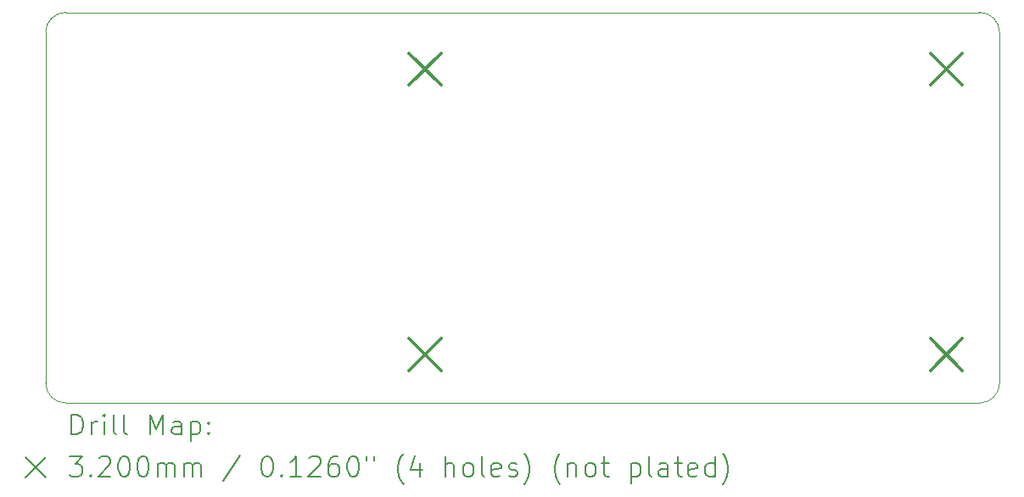
<source format=gbr>
%TF.GenerationSoftware,KiCad,Pcbnew,8.99.0-3334-g98ae574c78*%
%TF.CreationDate,2024-12-20T16:25:26-06:00*%
%TF.ProjectId,CyberStation,43796265-7253-4746-9174-696f6e2e6b69,rev?*%
%TF.SameCoordinates,Original*%
%TF.FileFunction,Drillmap*%
%TF.FilePolarity,Positive*%
%FSLAX45Y45*%
G04 Gerber Fmt 4.5, Leading zero omitted, Abs format (unit mm)*
G04 Created by KiCad (PCBNEW 8.99.0-3334-g98ae574c78) date 2024-12-20 16:25:26*
%MOMM*%
%LPD*%
G01*
G04 APERTURE LIST*
%ADD10C,0.050000*%
%ADD11C,0.200000*%
%ADD12C,0.320000*%
G04 APERTURE END LIST*
D10*
X10980000Y-6660000D02*
X20100000Y-6660000D01*
X10780000Y-10360000D02*
X10780000Y-6860000D01*
X20100000Y-10560000D02*
X10980000Y-10560000D01*
X20100000Y-6660000D02*
G75*
G02*
X20300000Y-6860000I0J-200000D01*
G01*
X10980000Y-10560000D02*
G75*
G02*
X10780000Y-10360000I0J200000D01*
G01*
X20300000Y-10360000D02*
G75*
G02*
X20100000Y-10560000I-200000J0D01*
G01*
X10780000Y-6860000D02*
G75*
G02*
X10980000Y-6660000I200000J0D01*
G01*
X20300000Y-6860000D02*
X20300000Y-10360000D01*
D11*
D12*
X14408500Y-7067500D02*
X14728500Y-7387500D01*
X14728500Y-7067500D02*
X14408500Y-7387500D01*
X14408500Y-9917500D02*
X14728500Y-10237500D01*
X14728500Y-9917500D02*
X14408500Y-10237500D01*
X19608500Y-7067500D02*
X19928500Y-7387500D01*
X19928500Y-7067500D02*
X19608500Y-7387500D01*
X19608500Y-9917500D02*
X19928500Y-10237500D01*
X19928500Y-9917500D02*
X19608500Y-10237500D01*
D11*
X11038277Y-10873984D02*
X11038277Y-10673984D01*
X11038277Y-10673984D02*
X11085896Y-10673984D01*
X11085896Y-10673984D02*
X11114467Y-10683508D01*
X11114467Y-10683508D02*
X11133515Y-10702555D01*
X11133515Y-10702555D02*
X11143039Y-10721603D01*
X11143039Y-10721603D02*
X11152563Y-10759698D01*
X11152563Y-10759698D02*
X11152563Y-10788270D01*
X11152563Y-10788270D02*
X11143039Y-10826365D01*
X11143039Y-10826365D02*
X11133515Y-10845412D01*
X11133515Y-10845412D02*
X11114467Y-10864460D01*
X11114467Y-10864460D02*
X11085896Y-10873984D01*
X11085896Y-10873984D02*
X11038277Y-10873984D01*
X11238277Y-10873984D02*
X11238277Y-10740650D01*
X11238277Y-10778746D02*
X11247801Y-10759698D01*
X11247801Y-10759698D02*
X11257324Y-10750174D01*
X11257324Y-10750174D02*
X11276372Y-10740650D01*
X11276372Y-10740650D02*
X11295420Y-10740650D01*
X11362086Y-10873984D02*
X11362086Y-10740650D01*
X11362086Y-10673984D02*
X11352562Y-10683508D01*
X11352562Y-10683508D02*
X11362086Y-10693031D01*
X11362086Y-10693031D02*
X11371610Y-10683508D01*
X11371610Y-10683508D02*
X11362086Y-10673984D01*
X11362086Y-10673984D02*
X11362086Y-10693031D01*
X11485896Y-10873984D02*
X11466848Y-10864460D01*
X11466848Y-10864460D02*
X11457324Y-10845412D01*
X11457324Y-10845412D02*
X11457324Y-10673984D01*
X11590658Y-10873984D02*
X11571610Y-10864460D01*
X11571610Y-10864460D02*
X11562086Y-10845412D01*
X11562086Y-10845412D02*
X11562086Y-10673984D01*
X11819229Y-10873984D02*
X11819229Y-10673984D01*
X11819229Y-10673984D02*
X11885896Y-10816841D01*
X11885896Y-10816841D02*
X11952562Y-10673984D01*
X11952562Y-10673984D02*
X11952562Y-10873984D01*
X12133515Y-10873984D02*
X12133515Y-10769222D01*
X12133515Y-10769222D02*
X12123991Y-10750174D01*
X12123991Y-10750174D02*
X12104943Y-10740650D01*
X12104943Y-10740650D02*
X12066848Y-10740650D01*
X12066848Y-10740650D02*
X12047801Y-10750174D01*
X12133515Y-10864460D02*
X12114467Y-10873984D01*
X12114467Y-10873984D02*
X12066848Y-10873984D01*
X12066848Y-10873984D02*
X12047801Y-10864460D01*
X12047801Y-10864460D02*
X12038277Y-10845412D01*
X12038277Y-10845412D02*
X12038277Y-10826365D01*
X12038277Y-10826365D02*
X12047801Y-10807317D01*
X12047801Y-10807317D02*
X12066848Y-10797793D01*
X12066848Y-10797793D02*
X12114467Y-10797793D01*
X12114467Y-10797793D02*
X12133515Y-10788270D01*
X12228753Y-10740650D02*
X12228753Y-10940650D01*
X12228753Y-10750174D02*
X12247801Y-10740650D01*
X12247801Y-10740650D02*
X12285896Y-10740650D01*
X12285896Y-10740650D02*
X12304943Y-10750174D01*
X12304943Y-10750174D02*
X12314467Y-10759698D01*
X12314467Y-10759698D02*
X12323991Y-10778746D01*
X12323991Y-10778746D02*
X12323991Y-10835889D01*
X12323991Y-10835889D02*
X12314467Y-10854936D01*
X12314467Y-10854936D02*
X12304943Y-10864460D01*
X12304943Y-10864460D02*
X12285896Y-10873984D01*
X12285896Y-10873984D02*
X12247801Y-10873984D01*
X12247801Y-10873984D02*
X12228753Y-10864460D01*
X12409705Y-10854936D02*
X12419229Y-10864460D01*
X12419229Y-10864460D02*
X12409705Y-10873984D01*
X12409705Y-10873984D02*
X12400182Y-10864460D01*
X12400182Y-10864460D02*
X12409705Y-10854936D01*
X12409705Y-10854936D02*
X12409705Y-10873984D01*
X12409705Y-10750174D02*
X12419229Y-10759698D01*
X12419229Y-10759698D02*
X12409705Y-10769222D01*
X12409705Y-10769222D02*
X12400182Y-10759698D01*
X12400182Y-10759698D02*
X12409705Y-10750174D01*
X12409705Y-10750174D02*
X12409705Y-10769222D01*
X10577500Y-11102500D02*
X10777500Y-11302500D01*
X10777500Y-11102500D02*
X10577500Y-11302500D01*
X11019229Y-11093984D02*
X11143039Y-11093984D01*
X11143039Y-11093984D02*
X11076372Y-11170174D01*
X11076372Y-11170174D02*
X11104944Y-11170174D01*
X11104944Y-11170174D02*
X11123991Y-11179698D01*
X11123991Y-11179698D02*
X11133515Y-11189222D01*
X11133515Y-11189222D02*
X11143039Y-11208269D01*
X11143039Y-11208269D02*
X11143039Y-11255888D01*
X11143039Y-11255888D02*
X11133515Y-11274936D01*
X11133515Y-11274936D02*
X11123991Y-11284460D01*
X11123991Y-11284460D02*
X11104944Y-11293984D01*
X11104944Y-11293984D02*
X11047801Y-11293984D01*
X11047801Y-11293984D02*
X11028753Y-11284460D01*
X11028753Y-11284460D02*
X11019229Y-11274936D01*
X11228753Y-11274936D02*
X11238277Y-11284460D01*
X11238277Y-11284460D02*
X11228753Y-11293984D01*
X11228753Y-11293984D02*
X11219229Y-11284460D01*
X11219229Y-11284460D02*
X11228753Y-11274936D01*
X11228753Y-11274936D02*
X11228753Y-11293984D01*
X11314467Y-11113031D02*
X11323991Y-11103508D01*
X11323991Y-11103508D02*
X11343039Y-11093984D01*
X11343039Y-11093984D02*
X11390658Y-11093984D01*
X11390658Y-11093984D02*
X11409705Y-11103508D01*
X11409705Y-11103508D02*
X11419229Y-11113031D01*
X11419229Y-11113031D02*
X11428753Y-11132079D01*
X11428753Y-11132079D02*
X11428753Y-11151127D01*
X11428753Y-11151127D02*
X11419229Y-11179698D01*
X11419229Y-11179698D02*
X11304943Y-11293984D01*
X11304943Y-11293984D02*
X11428753Y-11293984D01*
X11552562Y-11093984D02*
X11571610Y-11093984D01*
X11571610Y-11093984D02*
X11590658Y-11103508D01*
X11590658Y-11103508D02*
X11600182Y-11113031D01*
X11600182Y-11113031D02*
X11609705Y-11132079D01*
X11609705Y-11132079D02*
X11619229Y-11170174D01*
X11619229Y-11170174D02*
X11619229Y-11217793D01*
X11619229Y-11217793D02*
X11609705Y-11255888D01*
X11609705Y-11255888D02*
X11600182Y-11274936D01*
X11600182Y-11274936D02*
X11590658Y-11284460D01*
X11590658Y-11284460D02*
X11571610Y-11293984D01*
X11571610Y-11293984D02*
X11552562Y-11293984D01*
X11552562Y-11293984D02*
X11533515Y-11284460D01*
X11533515Y-11284460D02*
X11523991Y-11274936D01*
X11523991Y-11274936D02*
X11514467Y-11255888D01*
X11514467Y-11255888D02*
X11504943Y-11217793D01*
X11504943Y-11217793D02*
X11504943Y-11170174D01*
X11504943Y-11170174D02*
X11514467Y-11132079D01*
X11514467Y-11132079D02*
X11523991Y-11113031D01*
X11523991Y-11113031D02*
X11533515Y-11103508D01*
X11533515Y-11103508D02*
X11552562Y-11093984D01*
X11743039Y-11093984D02*
X11762086Y-11093984D01*
X11762086Y-11093984D02*
X11781134Y-11103508D01*
X11781134Y-11103508D02*
X11790658Y-11113031D01*
X11790658Y-11113031D02*
X11800182Y-11132079D01*
X11800182Y-11132079D02*
X11809705Y-11170174D01*
X11809705Y-11170174D02*
X11809705Y-11217793D01*
X11809705Y-11217793D02*
X11800182Y-11255888D01*
X11800182Y-11255888D02*
X11790658Y-11274936D01*
X11790658Y-11274936D02*
X11781134Y-11284460D01*
X11781134Y-11284460D02*
X11762086Y-11293984D01*
X11762086Y-11293984D02*
X11743039Y-11293984D01*
X11743039Y-11293984D02*
X11723991Y-11284460D01*
X11723991Y-11284460D02*
X11714467Y-11274936D01*
X11714467Y-11274936D02*
X11704943Y-11255888D01*
X11704943Y-11255888D02*
X11695420Y-11217793D01*
X11695420Y-11217793D02*
X11695420Y-11170174D01*
X11695420Y-11170174D02*
X11704943Y-11132079D01*
X11704943Y-11132079D02*
X11714467Y-11113031D01*
X11714467Y-11113031D02*
X11723991Y-11103508D01*
X11723991Y-11103508D02*
X11743039Y-11093984D01*
X11895420Y-11293984D02*
X11895420Y-11160650D01*
X11895420Y-11179698D02*
X11904943Y-11170174D01*
X11904943Y-11170174D02*
X11923991Y-11160650D01*
X11923991Y-11160650D02*
X11952563Y-11160650D01*
X11952563Y-11160650D02*
X11971610Y-11170174D01*
X11971610Y-11170174D02*
X11981134Y-11189222D01*
X11981134Y-11189222D02*
X11981134Y-11293984D01*
X11981134Y-11189222D02*
X11990658Y-11170174D01*
X11990658Y-11170174D02*
X12009705Y-11160650D01*
X12009705Y-11160650D02*
X12038277Y-11160650D01*
X12038277Y-11160650D02*
X12057324Y-11170174D01*
X12057324Y-11170174D02*
X12066848Y-11189222D01*
X12066848Y-11189222D02*
X12066848Y-11293984D01*
X12162086Y-11293984D02*
X12162086Y-11160650D01*
X12162086Y-11179698D02*
X12171610Y-11170174D01*
X12171610Y-11170174D02*
X12190658Y-11160650D01*
X12190658Y-11160650D02*
X12219229Y-11160650D01*
X12219229Y-11160650D02*
X12238277Y-11170174D01*
X12238277Y-11170174D02*
X12247801Y-11189222D01*
X12247801Y-11189222D02*
X12247801Y-11293984D01*
X12247801Y-11189222D02*
X12257324Y-11170174D01*
X12257324Y-11170174D02*
X12276372Y-11160650D01*
X12276372Y-11160650D02*
X12304943Y-11160650D01*
X12304943Y-11160650D02*
X12323991Y-11170174D01*
X12323991Y-11170174D02*
X12333515Y-11189222D01*
X12333515Y-11189222D02*
X12333515Y-11293984D01*
X12723991Y-11084460D02*
X12552563Y-11341603D01*
X12981134Y-11093984D02*
X13000182Y-11093984D01*
X13000182Y-11093984D02*
X13019229Y-11103508D01*
X13019229Y-11103508D02*
X13028753Y-11113031D01*
X13028753Y-11113031D02*
X13038277Y-11132079D01*
X13038277Y-11132079D02*
X13047801Y-11170174D01*
X13047801Y-11170174D02*
X13047801Y-11217793D01*
X13047801Y-11217793D02*
X13038277Y-11255888D01*
X13038277Y-11255888D02*
X13028753Y-11274936D01*
X13028753Y-11274936D02*
X13019229Y-11284460D01*
X13019229Y-11284460D02*
X13000182Y-11293984D01*
X13000182Y-11293984D02*
X12981134Y-11293984D01*
X12981134Y-11293984D02*
X12962086Y-11284460D01*
X12962086Y-11284460D02*
X12952563Y-11274936D01*
X12952563Y-11274936D02*
X12943039Y-11255888D01*
X12943039Y-11255888D02*
X12933515Y-11217793D01*
X12933515Y-11217793D02*
X12933515Y-11170174D01*
X12933515Y-11170174D02*
X12943039Y-11132079D01*
X12943039Y-11132079D02*
X12952563Y-11113031D01*
X12952563Y-11113031D02*
X12962086Y-11103508D01*
X12962086Y-11103508D02*
X12981134Y-11093984D01*
X13133515Y-11274936D02*
X13143039Y-11284460D01*
X13143039Y-11284460D02*
X13133515Y-11293984D01*
X13133515Y-11293984D02*
X13123991Y-11284460D01*
X13123991Y-11284460D02*
X13133515Y-11274936D01*
X13133515Y-11274936D02*
X13133515Y-11293984D01*
X13333515Y-11293984D02*
X13219229Y-11293984D01*
X13276372Y-11293984D02*
X13276372Y-11093984D01*
X13276372Y-11093984D02*
X13257325Y-11122555D01*
X13257325Y-11122555D02*
X13238277Y-11141603D01*
X13238277Y-11141603D02*
X13219229Y-11151127D01*
X13409706Y-11113031D02*
X13419229Y-11103508D01*
X13419229Y-11103508D02*
X13438277Y-11093984D01*
X13438277Y-11093984D02*
X13485896Y-11093984D01*
X13485896Y-11093984D02*
X13504944Y-11103508D01*
X13504944Y-11103508D02*
X13514467Y-11113031D01*
X13514467Y-11113031D02*
X13523991Y-11132079D01*
X13523991Y-11132079D02*
X13523991Y-11151127D01*
X13523991Y-11151127D02*
X13514467Y-11179698D01*
X13514467Y-11179698D02*
X13400182Y-11293984D01*
X13400182Y-11293984D02*
X13523991Y-11293984D01*
X13695420Y-11093984D02*
X13657325Y-11093984D01*
X13657325Y-11093984D02*
X13638277Y-11103508D01*
X13638277Y-11103508D02*
X13628753Y-11113031D01*
X13628753Y-11113031D02*
X13609706Y-11141603D01*
X13609706Y-11141603D02*
X13600182Y-11179698D01*
X13600182Y-11179698D02*
X13600182Y-11255888D01*
X13600182Y-11255888D02*
X13609706Y-11274936D01*
X13609706Y-11274936D02*
X13619229Y-11284460D01*
X13619229Y-11284460D02*
X13638277Y-11293984D01*
X13638277Y-11293984D02*
X13676372Y-11293984D01*
X13676372Y-11293984D02*
X13695420Y-11284460D01*
X13695420Y-11284460D02*
X13704944Y-11274936D01*
X13704944Y-11274936D02*
X13714467Y-11255888D01*
X13714467Y-11255888D02*
X13714467Y-11208269D01*
X13714467Y-11208269D02*
X13704944Y-11189222D01*
X13704944Y-11189222D02*
X13695420Y-11179698D01*
X13695420Y-11179698D02*
X13676372Y-11170174D01*
X13676372Y-11170174D02*
X13638277Y-11170174D01*
X13638277Y-11170174D02*
X13619229Y-11179698D01*
X13619229Y-11179698D02*
X13609706Y-11189222D01*
X13609706Y-11189222D02*
X13600182Y-11208269D01*
X13838277Y-11093984D02*
X13857325Y-11093984D01*
X13857325Y-11093984D02*
X13876372Y-11103508D01*
X13876372Y-11103508D02*
X13885896Y-11113031D01*
X13885896Y-11113031D02*
X13895420Y-11132079D01*
X13895420Y-11132079D02*
X13904944Y-11170174D01*
X13904944Y-11170174D02*
X13904944Y-11217793D01*
X13904944Y-11217793D02*
X13895420Y-11255888D01*
X13895420Y-11255888D02*
X13885896Y-11274936D01*
X13885896Y-11274936D02*
X13876372Y-11284460D01*
X13876372Y-11284460D02*
X13857325Y-11293984D01*
X13857325Y-11293984D02*
X13838277Y-11293984D01*
X13838277Y-11293984D02*
X13819229Y-11284460D01*
X13819229Y-11284460D02*
X13809706Y-11274936D01*
X13809706Y-11274936D02*
X13800182Y-11255888D01*
X13800182Y-11255888D02*
X13790658Y-11217793D01*
X13790658Y-11217793D02*
X13790658Y-11170174D01*
X13790658Y-11170174D02*
X13800182Y-11132079D01*
X13800182Y-11132079D02*
X13809706Y-11113031D01*
X13809706Y-11113031D02*
X13819229Y-11103508D01*
X13819229Y-11103508D02*
X13838277Y-11093984D01*
X13981134Y-11093984D02*
X13981134Y-11132079D01*
X14057325Y-11093984D02*
X14057325Y-11132079D01*
X14352563Y-11370174D02*
X14343039Y-11360650D01*
X14343039Y-11360650D02*
X14323991Y-11332079D01*
X14323991Y-11332079D02*
X14314468Y-11313031D01*
X14314468Y-11313031D02*
X14304944Y-11284460D01*
X14304944Y-11284460D02*
X14295420Y-11236841D01*
X14295420Y-11236841D02*
X14295420Y-11198746D01*
X14295420Y-11198746D02*
X14304944Y-11151127D01*
X14304944Y-11151127D02*
X14314468Y-11122555D01*
X14314468Y-11122555D02*
X14323991Y-11103508D01*
X14323991Y-11103508D02*
X14343039Y-11074936D01*
X14343039Y-11074936D02*
X14352563Y-11065412D01*
X14514468Y-11160650D02*
X14514468Y-11293984D01*
X14466848Y-11084460D02*
X14419229Y-11227317D01*
X14419229Y-11227317D02*
X14543039Y-11227317D01*
X14771610Y-11293984D02*
X14771610Y-11093984D01*
X14857325Y-11293984D02*
X14857325Y-11189222D01*
X14857325Y-11189222D02*
X14847801Y-11170174D01*
X14847801Y-11170174D02*
X14828753Y-11160650D01*
X14828753Y-11160650D02*
X14800182Y-11160650D01*
X14800182Y-11160650D02*
X14781134Y-11170174D01*
X14781134Y-11170174D02*
X14771610Y-11179698D01*
X14981134Y-11293984D02*
X14962087Y-11284460D01*
X14962087Y-11284460D02*
X14952563Y-11274936D01*
X14952563Y-11274936D02*
X14943039Y-11255888D01*
X14943039Y-11255888D02*
X14943039Y-11198746D01*
X14943039Y-11198746D02*
X14952563Y-11179698D01*
X14952563Y-11179698D02*
X14962087Y-11170174D01*
X14962087Y-11170174D02*
X14981134Y-11160650D01*
X14981134Y-11160650D02*
X15009706Y-11160650D01*
X15009706Y-11160650D02*
X15028753Y-11170174D01*
X15028753Y-11170174D02*
X15038277Y-11179698D01*
X15038277Y-11179698D02*
X15047801Y-11198746D01*
X15047801Y-11198746D02*
X15047801Y-11255888D01*
X15047801Y-11255888D02*
X15038277Y-11274936D01*
X15038277Y-11274936D02*
X15028753Y-11284460D01*
X15028753Y-11284460D02*
X15009706Y-11293984D01*
X15009706Y-11293984D02*
X14981134Y-11293984D01*
X15162087Y-11293984D02*
X15143039Y-11284460D01*
X15143039Y-11284460D02*
X15133515Y-11265412D01*
X15133515Y-11265412D02*
X15133515Y-11093984D01*
X15314468Y-11284460D02*
X15295420Y-11293984D01*
X15295420Y-11293984D02*
X15257325Y-11293984D01*
X15257325Y-11293984D02*
X15238277Y-11284460D01*
X15238277Y-11284460D02*
X15228753Y-11265412D01*
X15228753Y-11265412D02*
X15228753Y-11189222D01*
X15228753Y-11189222D02*
X15238277Y-11170174D01*
X15238277Y-11170174D02*
X15257325Y-11160650D01*
X15257325Y-11160650D02*
X15295420Y-11160650D01*
X15295420Y-11160650D02*
X15314468Y-11170174D01*
X15314468Y-11170174D02*
X15323991Y-11189222D01*
X15323991Y-11189222D02*
X15323991Y-11208269D01*
X15323991Y-11208269D02*
X15228753Y-11227317D01*
X15400182Y-11284460D02*
X15419230Y-11293984D01*
X15419230Y-11293984D02*
X15457325Y-11293984D01*
X15457325Y-11293984D02*
X15476372Y-11284460D01*
X15476372Y-11284460D02*
X15485896Y-11265412D01*
X15485896Y-11265412D02*
X15485896Y-11255888D01*
X15485896Y-11255888D02*
X15476372Y-11236841D01*
X15476372Y-11236841D02*
X15457325Y-11227317D01*
X15457325Y-11227317D02*
X15428753Y-11227317D01*
X15428753Y-11227317D02*
X15409706Y-11217793D01*
X15409706Y-11217793D02*
X15400182Y-11198746D01*
X15400182Y-11198746D02*
X15400182Y-11189222D01*
X15400182Y-11189222D02*
X15409706Y-11170174D01*
X15409706Y-11170174D02*
X15428753Y-11160650D01*
X15428753Y-11160650D02*
X15457325Y-11160650D01*
X15457325Y-11160650D02*
X15476372Y-11170174D01*
X15552563Y-11370174D02*
X15562087Y-11360650D01*
X15562087Y-11360650D02*
X15581134Y-11332079D01*
X15581134Y-11332079D02*
X15590658Y-11313031D01*
X15590658Y-11313031D02*
X15600182Y-11284460D01*
X15600182Y-11284460D02*
X15609706Y-11236841D01*
X15609706Y-11236841D02*
X15609706Y-11198746D01*
X15609706Y-11198746D02*
X15600182Y-11151127D01*
X15600182Y-11151127D02*
X15590658Y-11122555D01*
X15590658Y-11122555D02*
X15581134Y-11103508D01*
X15581134Y-11103508D02*
X15562087Y-11074936D01*
X15562087Y-11074936D02*
X15552563Y-11065412D01*
X15914468Y-11370174D02*
X15904944Y-11360650D01*
X15904944Y-11360650D02*
X15885896Y-11332079D01*
X15885896Y-11332079D02*
X15876372Y-11313031D01*
X15876372Y-11313031D02*
X15866849Y-11284460D01*
X15866849Y-11284460D02*
X15857325Y-11236841D01*
X15857325Y-11236841D02*
X15857325Y-11198746D01*
X15857325Y-11198746D02*
X15866849Y-11151127D01*
X15866849Y-11151127D02*
X15876372Y-11122555D01*
X15876372Y-11122555D02*
X15885896Y-11103508D01*
X15885896Y-11103508D02*
X15904944Y-11074936D01*
X15904944Y-11074936D02*
X15914468Y-11065412D01*
X15990658Y-11160650D02*
X15990658Y-11293984D01*
X15990658Y-11179698D02*
X16000182Y-11170174D01*
X16000182Y-11170174D02*
X16019230Y-11160650D01*
X16019230Y-11160650D02*
X16047801Y-11160650D01*
X16047801Y-11160650D02*
X16066849Y-11170174D01*
X16066849Y-11170174D02*
X16076372Y-11189222D01*
X16076372Y-11189222D02*
X16076372Y-11293984D01*
X16200182Y-11293984D02*
X16181134Y-11284460D01*
X16181134Y-11284460D02*
X16171611Y-11274936D01*
X16171611Y-11274936D02*
X16162087Y-11255888D01*
X16162087Y-11255888D02*
X16162087Y-11198746D01*
X16162087Y-11198746D02*
X16171611Y-11179698D01*
X16171611Y-11179698D02*
X16181134Y-11170174D01*
X16181134Y-11170174D02*
X16200182Y-11160650D01*
X16200182Y-11160650D02*
X16228753Y-11160650D01*
X16228753Y-11160650D02*
X16247801Y-11170174D01*
X16247801Y-11170174D02*
X16257325Y-11179698D01*
X16257325Y-11179698D02*
X16266849Y-11198746D01*
X16266849Y-11198746D02*
X16266849Y-11255888D01*
X16266849Y-11255888D02*
X16257325Y-11274936D01*
X16257325Y-11274936D02*
X16247801Y-11284460D01*
X16247801Y-11284460D02*
X16228753Y-11293984D01*
X16228753Y-11293984D02*
X16200182Y-11293984D01*
X16323992Y-11160650D02*
X16400182Y-11160650D01*
X16352563Y-11093984D02*
X16352563Y-11265412D01*
X16352563Y-11265412D02*
X16362087Y-11284460D01*
X16362087Y-11284460D02*
X16381134Y-11293984D01*
X16381134Y-11293984D02*
X16400182Y-11293984D01*
X16619230Y-11160650D02*
X16619230Y-11360650D01*
X16619230Y-11170174D02*
X16638277Y-11160650D01*
X16638277Y-11160650D02*
X16676373Y-11160650D01*
X16676373Y-11160650D02*
X16695420Y-11170174D01*
X16695420Y-11170174D02*
X16704944Y-11179698D01*
X16704944Y-11179698D02*
X16714468Y-11198746D01*
X16714468Y-11198746D02*
X16714468Y-11255888D01*
X16714468Y-11255888D02*
X16704944Y-11274936D01*
X16704944Y-11274936D02*
X16695420Y-11284460D01*
X16695420Y-11284460D02*
X16676373Y-11293984D01*
X16676373Y-11293984D02*
X16638277Y-11293984D01*
X16638277Y-11293984D02*
X16619230Y-11284460D01*
X16828754Y-11293984D02*
X16809706Y-11284460D01*
X16809706Y-11284460D02*
X16800182Y-11265412D01*
X16800182Y-11265412D02*
X16800182Y-11093984D01*
X16990658Y-11293984D02*
X16990658Y-11189222D01*
X16990658Y-11189222D02*
X16981135Y-11170174D01*
X16981135Y-11170174D02*
X16962087Y-11160650D01*
X16962087Y-11160650D02*
X16923992Y-11160650D01*
X16923992Y-11160650D02*
X16904944Y-11170174D01*
X16990658Y-11284460D02*
X16971611Y-11293984D01*
X16971611Y-11293984D02*
X16923992Y-11293984D01*
X16923992Y-11293984D02*
X16904944Y-11284460D01*
X16904944Y-11284460D02*
X16895420Y-11265412D01*
X16895420Y-11265412D02*
X16895420Y-11246365D01*
X16895420Y-11246365D02*
X16904944Y-11227317D01*
X16904944Y-11227317D02*
X16923992Y-11217793D01*
X16923992Y-11217793D02*
X16971611Y-11217793D01*
X16971611Y-11217793D02*
X16990658Y-11208269D01*
X17057325Y-11160650D02*
X17133515Y-11160650D01*
X17085896Y-11093984D02*
X17085896Y-11265412D01*
X17085896Y-11265412D02*
X17095420Y-11284460D01*
X17095420Y-11284460D02*
X17114468Y-11293984D01*
X17114468Y-11293984D02*
X17133515Y-11293984D01*
X17276373Y-11284460D02*
X17257325Y-11293984D01*
X17257325Y-11293984D02*
X17219230Y-11293984D01*
X17219230Y-11293984D02*
X17200182Y-11284460D01*
X17200182Y-11284460D02*
X17190658Y-11265412D01*
X17190658Y-11265412D02*
X17190658Y-11189222D01*
X17190658Y-11189222D02*
X17200182Y-11170174D01*
X17200182Y-11170174D02*
X17219230Y-11160650D01*
X17219230Y-11160650D02*
X17257325Y-11160650D01*
X17257325Y-11160650D02*
X17276373Y-11170174D01*
X17276373Y-11170174D02*
X17285896Y-11189222D01*
X17285896Y-11189222D02*
X17285896Y-11208269D01*
X17285896Y-11208269D02*
X17190658Y-11227317D01*
X17457325Y-11293984D02*
X17457325Y-11093984D01*
X17457325Y-11284460D02*
X17438277Y-11293984D01*
X17438277Y-11293984D02*
X17400182Y-11293984D01*
X17400182Y-11293984D02*
X17381135Y-11284460D01*
X17381135Y-11284460D02*
X17371611Y-11274936D01*
X17371611Y-11274936D02*
X17362087Y-11255888D01*
X17362087Y-11255888D02*
X17362087Y-11198746D01*
X17362087Y-11198746D02*
X17371611Y-11179698D01*
X17371611Y-11179698D02*
X17381135Y-11170174D01*
X17381135Y-11170174D02*
X17400182Y-11160650D01*
X17400182Y-11160650D02*
X17438277Y-11160650D01*
X17438277Y-11160650D02*
X17457325Y-11170174D01*
X17533516Y-11370174D02*
X17543039Y-11360650D01*
X17543039Y-11360650D02*
X17562087Y-11332079D01*
X17562087Y-11332079D02*
X17571611Y-11313031D01*
X17571611Y-11313031D02*
X17581135Y-11284460D01*
X17581135Y-11284460D02*
X17590658Y-11236841D01*
X17590658Y-11236841D02*
X17590658Y-11198746D01*
X17590658Y-11198746D02*
X17581135Y-11151127D01*
X17581135Y-11151127D02*
X17571611Y-11122555D01*
X17571611Y-11122555D02*
X17562087Y-11103508D01*
X17562087Y-11103508D02*
X17543039Y-11074936D01*
X17543039Y-11074936D02*
X17533516Y-11065412D01*
M02*

</source>
